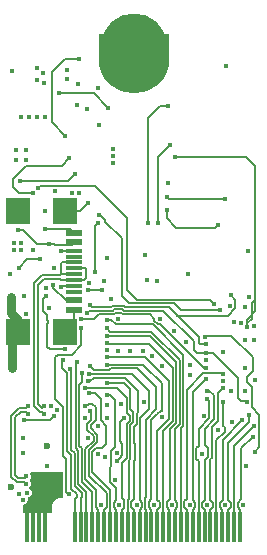
<source format=gbl>
G04 #@! TF.GenerationSoftware,KiCad,Pcbnew,9.0.0+1*
G04 #@! TF.CreationDate,2025-04-14T19:52:18+02:00*
G04 #@! TF.ProjectId,P4_M.2_B+M-key,50345f4d-2e32-45f4-922b-4d2d6b65792e,rev?*
G04 #@! TF.SameCoordinates,Original*
G04 #@! TF.FileFunction,Copper,L4,Bot*
G04 #@! TF.FilePolarity,Positive*
%FSLAX46Y46*%
G04 Gerber Fmt 4.6, Leading zero omitted, Abs format (unit mm)*
G04 Created by KiCad (PCBNEW 9.0.0+1) date 2025-04-14 19:52:18*
%MOMM*%
%LPD*%
G01*
G04 APERTURE LIST*
G04 #@! TA.AperFunction,ConnectorPad*
%ADD10R,0.350000X2.500000*%
G04 #@! TD*
G04 #@! TA.AperFunction,CastellatedPad*
%ADD11C,5.500000*%
G04 #@! TD*
G04 #@! TA.AperFunction,ConnectorPad*
%ADD12R,6.000000X2.000000*%
G04 #@! TD*
G04 #@! TA.AperFunction,ConnectorPad*
%ADD13C,6.000000*%
G04 #@! TD*
G04 #@! TA.AperFunction,SMDPad,CuDef*
%ADD14R,1.450000X0.600000*%
G04 #@! TD*
G04 #@! TA.AperFunction,SMDPad,CuDef*
%ADD15R,1.450000X0.300000*%
G04 #@! TD*
G04 #@! TA.AperFunction,HeatsinkPad*
%ADD16R,2.000000X2.180000*%
G04 #@! TD*
G04 #@! TA.AperFunction,ViaPad*
%ADD17C,0.450000*%
G04 #@! TD*
G04 #@! TA.AperFunction,ViaPad*
%ADD18C,0.600000*%
G04 #@! TD*
G04 #@! TA.AperFunction,Conductor*
%ADD19C,0.150000*%
G04 #@! TD*
G04 #@! TA.AperFunction,Conductor*
%ADD20C,0.200000*%
G04 #@! TD*
G04 #@! TA.AperFunction,Conductor*
%ADD21C,0.800000*%
G04 #@! TD*
G04 #@! TA.AperFunction,Conductor*
%ADD22C,0.179578*%
G04 #@! TD*
G04 APERTURE END LIST*
D10*
G04 #@! TO.P,U4,2*
G04 #@! TO.N,/I2S_DATA*
X157501100Y-124753600D03*
G04 #@! TO.P,U4,4*
G04 #@! TO.N,/I2S_LRCK*
X157001100Y-124753600D03*
G04 #@! TO.P,U4,6*
G04 #@! TO.N,/I2S_MCLK*
X156501100Y-124753600D03*
G04 #@! TO.P,U4,8*
G04 #@! TO.N,/I2S_SCLK*
X156001100Y-124753600D03*
G04 #@! TO.P,U4,10*
G04 #@! TO.N,/SD2_DATA0*
X155501100Y-124753600D03*
G04 #@! TO.P,U4,12*
G04 #@! TO.N,/SD2_DATA1*
X155001100Y-124753600D03*
G04 #@! TO.P,U4,14*
G04 #@! TO.N,/SD2_DATA2*
X154501100Y-124753600D03*
G04 #@! TO.P,U4,16*
G04 #@! TO.N,/SD2_DATA3*
X154001100Y-124753600D03*
G04 #@! TO.P,U4,18*
G04 #@! TO.N,/SD2_CLK*
X153501100Y-124753600D03*
G04 #@! TO.P,U4,20*
G04 #@! TO.N,/SD2_CMD*
X153001100Y-124753600D03*
G04 #@! TO.P,U4,22*
G04 #@! TO.N,/GPIO2*
X152501100Y-124753600D03*
G04 #@! TO.P,U4,24*
G04 #@! TO.N,/GPIO4*
X152001100Y-124753600D03*
G04 #@! TO.P,U4,26*
G04 #@! TO.N,/GPIO6*
X151501100Y-124753600D03*
G04 #@! TO.P,U4,28*
G04 #@! TO.N,/GPIO8*
X151001100Y-124753600D03*
G04 #@! TO.P,U4,30*
G04 #@! TO.N,/GPIO10*
X150501100Y-124753600D03*
G04 #@! TO.P,U4,32*
G04 #@! TO.N,/GPIO12*
X150001100Y-124753600D03*
G04 #@! TO.P,U4,34*
G04 #@! TO.N,/GPIO13*
X149501100Y-124753600D03*
G04 #@! TO.P,U4,36*
G04 #@! TO.N,/GPIO14*
X149001100Y-124753600D03*
G04 #@! TO.P,U4,38*
G04 #@! TO.N,/GPIO15*
X148501100Y-124753600D03*
G04 #@! TO.P,U4,40*
G04 #@! TO.N,/GPIO16*
X148001100Y-124753600D03*
G04 #@! TO.P,U4,42*
G04 #@! TO.N,/GPIO17*
X147501100Y-124753600D03*
G04 #@! TO.P,U4,44*
G04 #@! TO.N,/GPIO19*
X147001100Y-124753600D03*
G04 #@! TO.P,U4,46*
G04 #@! TO.N,/GPIO18*
X146501100Y-124753600D03*
G04 #@! TO.P,U4,48*
G04 #@! TO.N,/GPIO20*
X146001100Y-124753600D03*
G04 #@! TO.P,U4,50*
G04 #@! TO.N,/GPIO22*
X145501100Y-124753600D03*
G04 #@! TO.P,U4,52*
G04 #@! TO.N,/GPIO9*
X145001100Y-124753600D03*
G04 #@! TO.P,U4,54*
G04 #@! TO.N,/GPIO7*
X144501100Y-124753600D03*
G04 #@! TO.P,U4,56*
G04 #@! TO.N,/GPIO5*
X144001100Y-124753600D03*
G04 #@! TO.P,U4,58*
G04 #@! TO.N,/GPIO3*
X143501100Y-124753600D03*
G04 #@! TO.P,U4,68*
G04 #@! TO.N,/3.3V*
X141001100Y-124753600D03*
G04 #@! TO.P,U4,70*
X140501100Y-124753600D03*
G04 #@! TO.P,U4,72*
X140001100Y-124753600D03*
G04 #@! TO.P,U4,74*
X139501100Y-124753600D03*
D11*
G04 #@! TO.P,U4,MP,screw*
G04 #@! TO.N,GND*
X148501100Y-84003600D03*
D12*
X148501100Y-84003600D03*
D13*
X148501100Y-85003600D03*
G04 #@! TD*
D14*
G04 #@! TO.P,J2,A1,GND*
G04 #@! TO.N,GND*
X143450000Y-106350000D03*
G04 #@! TO.P,J2,A4,VBUS*
G04 #@! TO.N,Net-(D2-A)*
X143450000Y-105550000D03*
D15*
G04 #@! TO.P,J2,A5,CC1*
G04 #@! TO.N,Net-(J2-CC1)*
X143450000Y-104350000D03*
G04 #@! TO.P,J2,A6,D+*
G04 #@! TO.N,/USBJTAG_D+*
X143450000Y-103350000D03*
G04 #@! TO.P,J2,A7,D-*
G04 #@! TO.N,/USBJTAG_D-*
X143450000Y-102850000D03*
G04 #@! TO.P,J2,A8,SBU1*
G04 #@! TO.N,unconnected-(J2-SBU1-PadA8)*
X143450000Y-101850000D03*
D14*
G04 #@! TO.P,J2,A9,VBUS*
G04 #@! TO.N,Net-(D2-A)*
X143450000Y-100650000D03*
G04 #@! TO.P,J2,A12,GND*
G04 #@! TO.N,GND*
X143450000Y-99850000D03*
G04 #@! TO.P,J2,B1,GND*
X143450000Y-99850000D03*
G04 #@! TO.P,J2,B4,VBUS*
G04 #@! TO.N,Net-(D2-A)*
X143450000Y-100650000D03*
D15*
G04 #@! TO.P,J2,B5,CC2*
G04 #@! TO.N,Net-(J2-CC2)*
X143450000Y-101350000D03*
G04 #@! TO.P,J2,B6,D+*
G04 #@! TO.N,/USBJTAG_D+*
X143450000Y-102350000D03*
G04 #@! TO.P,J2,B7,D-*
G04 #@! TO.N,/USBJTAG_D-*
X143450000Y-103850000D03*
G04 #@! TO.P,J2,B8,SBU2*
G04 #@! TO.N,unconnected-(J2-SBU2-PadB8)*
X143450000Y-104850000D03*
D14*
G04 #@! TO.P,J2,B9,VBUS*
G04 #@! TO.N,Net-(D2-A)*
X143450000Y-105550000D03*
G04 #@! TO.P,J2,B12,GND*
G04 #@! TO.N,GND*
X143450000Y-106350000D03*
D16*
G04 #@! TO.P,J2,S1,SHIELD*
X138720000Y-108210000D03*
X142650000Y-108210000D03*
X138720000Y-97990000D03*
X142650000Y-97990000D03*
G04 #@! TD*
D17*
G04 #@! TO.N,/3.3V*
X156700000Y-113200000D03*
X146200000Y-114400000D03*
X154436801Y-115376801D03*
X147200000Y-107100000D03*
X155600000Y-116500000D03*
X154600000Y-110650003D03*
X142000000Y-121500000D03*
X156650000Y-106050000D03*
X140950000Y-90000000D03*
X156100000Y-112374997D03*
X146200000Y-109800000D03*
X144750000Y-104100000D03*
X143900000Y-85150000D03*
X139650000Y-90000000D03*
X141400000Y-121500000D03*
X140300000Y-90000000D03*
X156961297Y-107376000D03*
X140800000Y-122700000D03*
X158800000Y-112300000D03*
X142700000Y-91650000D03*
X141100000Y-122100000D03*
X140800000Y-121500000D03*
X139000000Y-90000000D03*
G04 #@! TO.N,/EN_ESP*
X145851693Y-104727563D03*
X144600000Y-104700000D03*
G04 #@! TO.N,/1.2V*
X142018378Y-114838366D03*
X146750000Y-93350000D03*
X146750000Y-92750000D03*
X140004896Y-96501548D03*
X143000000Y-93550000D03*
X146750000Y-93950000D03*
X158250000Y-105300000D03*
X150750000Y-107100000D03*
G04 #@! TO.N,/GPIO35*
X144025002Y-107150000D03*
X141100000Y-104500000D03*
X154600000Y-111299000D03*
G04 #@! TO.N,/VFLASH*
X156050000Y-109900000D03*
X145500000Y-118550000D03*
X144400000Y-115525000D03*
G04 #@! TO.N,/VMIPI*
X158750000Y-118400000D03*
X150900000Y-115450000D03*
X154525002Y-108700000D03*
G04 #@! TO.N,/V{slash}SDMMC*
X158100000Y-107800000D03*
X152000000Y-93400000D03*
G04 #@! TO.N,Net-(U2A-GPIO0)*
X145500000Y-99000000D03*
X145200000Y-103200000D03*
G04 #@! TO.N,/RTC*
X146600000Y-105450000D03*
X144025002Y-107900000D03*
X143000000Y-122000000D03*
G04 #@! TO.N,GND*
X143688100Y-88983600D03*
X141750000Y-102800000D03*
X138350000Y-110600000D03*
X158050000Y-119600000D03*
X150501000Y-103900000D03*
X158200000Y-101400000D03*
X144538100Y-89333600D03*
X148750000Y-122900000D03*
X138150000Y-105300000D03*
X151950000Y-108150000D03*
X151400000Y-95600000D03*
X156800000Y-115900000D03*
X146200000Y-102000000D03*
X139400000Y-92800000D03*
X157950000Y-113250000D03*
X149300000Y-109850000D03*
X144650000Y-117250000D03*
X153100000Y-103300000D03*
X145750000Y-122900000D03*
X149500000Y-101700000D03*
X138175000Y-86150000D03*
X154300000Y-118600000D03*
X138500000Y-93700000D03*
X157902898Y-106101999D03*
X158700000Y-108900000D03*
X141800000Y-96300000D03*
X142838100Y-86033600D03*
X147200000Y-109850000D03*
X146250000Y-84550000D03*
X157546009Y-107510590D03*
X144650000Y-97300000D03*
X153250000Y-111000000D03*
X157750000Y-122900000D03*
X138350000Y-109900000D03*
X152950000Y-109100000D03*
X143825000Y-87275000D03*
D18*
X141178750Y-117878750D03*
D17*
X141150000Y-119600000D03*
X150700000Y-84550000D03*
X153250000Y-111900000D03*
X149350000Y-114200000D03*
X149600000Y-103800000D03*
X141000000Y-99500000D03*
X147100000Y-118450000D03*
X145588100Y-90733600D03*
X157900000Y-108900000D03*
X150250000Y-122900000D03*
X150050000Y-110250000D03*
X141000000Y-98000000D03*
X142838100Y-86833600D03*
X154750000Y-122900000D03*
X147400000Y-114350000D03*
X139400000Y-93700000D03*
X138000000Y-97200000D03*
X138350000Y-111300000D03*
X138500000Y-92800000D03*
X145950000Y-103900000D03*
X156250000Y-122900000D03*
X146920000Y-120750000D03*
X143000000Y-108500000D03*
X148200000Y-109850000D03*
X156300000Y-85700000D03*
X148500000Y-86300000D03*
X147250000Y-122900000D03*
X150900000Y-111100000D03*
X153250000Y-122900000D03*
X158700000Y-107700000D03*
X143000000Y-107900000D03*
X151750000Y-122900000D03*
X157900000Y-111300000D03*
G04 #@! TO.N,Net-(IC2-SW)*
X143500000Y-94900000D03*
X138850000Y-95450000D03*
G04 #@! TO.N,/USB5V*
X140850000Y-86350000D03*
X143300000Y-96500000D03*
X139150000Y-122450000D03*
X138050000Y-103350000D03*
X140350000Y-85850000D03*
D18*
X138150000Y-121350000D03*
D17*
X139500000Y-121850000D03*
X140350000Y-86900000D03*
X138400000Y-100700000D03*
X145488100Y-87583600D03*
X143850000Y-96500000D03*
X141300000Y-106250000D03*
X138400000Y-101300000D03*
X140900000Y-87200000D03*
X139000000Y-101300000D03*
X139000000Y-100700000D03*
X138800000Y-121950000D03*
G04 #@! TO.N,Net-(IC4-SW)*
X142200000Y-88000000D03*
X146350000Y-89250000D03*
G04 #@! TO.N,/USBJTAG_D+*
X139425000Y-120473800D03*
X140900000Y-115151200D03*
X139525000Y-115151200D03*
G04 #@! TO.N,/USBJTAG_D-*
X139425000Y-121076200D03*
X140900000Y-114548800D03*
X139525000Y-114548800D03*
G04 #@! TO.N,/FLASH_CS*
X145500000Y-116200000D03*
X141750000Y-115375000D03*
X139177673Y-115676131D03*
G04 #@! TO.N,/FLASH_Q*
X139137498Y-117225000D03*
X146199140Y-115556944D03*
G04 #@! TO.N,/FLASH_HOLD*
X147050000Y-119150000D03*
X147647895Y-115541679D03*
G04 #@! TO.N,/FLASH_WP*
X139137498Y-118475000D03*
X146075000Y-118800000D03*
G04 #@! TO.N,/EN_DCDC*
X155300000Y-105850000D03*
X140425220Y-96073376D03*
G04 #@! TO.N,/DTR*
X140000000Y-101300000D03*
X141525000Y-114496928D03*
G04 #@! TO.N,/RTS*
X141100000Y-105200000D03*
X142700000Y-109675002D03*
X139200000Y-105200000D03*
G04 #@! TO.N,/GPIO37*
X144550002Y-106600000D03*
X158075000Y-114150000D03*
X139400000Y-106744998D03*
X154600000Y-110050000D03*
G04 #@! TO.N,/GPIO38*
X144800000Y-105950000D03*
X154600000Y-109300000D03*
X156700000Y-105100000D03*
G04 #@! TO.N,/SD_DATA0*
X156200000Y-97000000D03*
X151300000Y-96800000D03*
G04 #@! TO.N,/SD_DET*
X149700000Y-99000000D03*
X151400000Y-89100000D03*
G04 #@! TO.N,/SD_CMD*
X150600000Y-99000000D03*
X151600000Y-92400000D03*
G04 #@! TO.N,/GPIO22*
X144837724Y-114935367D03*
G04 #@! TO.N,/I2S_LRCK*
X158700000Y-116200000D03*
G04 #@! TO.N,/GPIO19*
X146274998Y-113600000D03*
G04 #@! TO.N,/GPIO20*
X144400000Y-114525000D03*
G04 #@! TO.N,/GPIO2*
X146200000Y-107200000D03*
G04 #@! TO.N,/GPIO12*
X146200000Y-111000003D03*
G04 #@! TO.N,/GPIO9*
X144100000Y-111700000D03*
G04 #@! TO.N,/GPIO4*
X146200000Y-107900000D03*
G04 #@! TO.N,/GPIO16*
X146200000Y-112550000D03*
G04 #@! TO.N,/GPIO8*
X146200000Y-109200003D03*
G04 #@! TO.N,/I2S_DATA*
X158600000Y-117100000D03*
G04 #@! TO.N,/GPIO3*
X142500000Y-110600000D03*
G04 #@! TO.N,/GPIO6*
X146200000Y-108600000D03*
G04 #@! TO.N,/GPIO7*
X143700000Y-110800000D03*
G04 #@! TO.N,/GPIO14*
X144700000Y-111800000D03*
G04 #@! TO.N,/GPIO13*
X144775397Y-111098866D03*
G04 #@! TO.N,/GPIO5*
X143150000Y-111400000D03*
G04 #@! TO.N,/GPIO15*
X144600000Y-112400000D03*
G04 #@! TO.N,/GPIO18*
X144757773Y-113420918D03*
G04 #@! TO.N,/I2S_MCLK*
X158250000Y-115300000D03*
G04 #@! TO.N,/GPIO17*
X144377165Y-112957088D03*
G04 #@! TO.N,/GPIO10*
X146200000Y-110400000D03*
G04 #@! TO.N,/I2S_SCLK*
X157700000Y-115700000D03*
G04 #@! TO.N,Net-(D2-A)*
X141700000Y-104300000D03*
X138700000Y-99600000D03*
X141300000Y-100800000D03*
G04 #@! TO.N,Net-(J2-CC1)*
X142375000Y-104400000D03*
G04 #@! TO.N,Net-(J2-CC2)*
X142350000Y-101350000D03*
G04 #@! TO.N,Net-(Q2A-B1)*
X140600000Y-102100000D03*
X138800000Y-102800000D03*
G04 #@! TO.N,/SD2_DATA1*
X156100000Y-112975000D03*
G04 #@! TO.N,/SD2_DATA2*
X154700000Y-113200000D03*
G04 #@! TO.N,/SD2_CLK*
X154650000Y-112200000D03*
G04 #@! TO.N,/SD2_CMD*
X156038382Y-111772027D03*
G04 #@! TO.N,/SD2_DATA0*
X156100000Y-114150000D03*
G04 #@! TO.N,/SD2_DATA3*
X154700000Y-113900000D03*
G04 #@! TO.N,Net-(U2A-FB_DCDC)*
X155850000Y-106400000D03*
X145550000Y-98350000D03*
G04 #@! TO.N,/SD_DATA1*
X151300000Y-97900000D03*
X155600000Y-99200000D03*
G04 #@! TD*
D19*
G04 #@! TO.N,/3.3V*
X142650000Y-85150000D02*
X143900000Y-85150000D01*
X142700000Y-91650000D02*
X141550000Y-90500000D01*
X141550000Y-90500000D02*
X141550000Y-86250000D01*
X141550000Y-86250000D02*
X142650000Y-85150000D01*
G04 #@! TO.N,/EN_ESP*
X145851693Y-104727563D02*
X145027563Y-104727563D01*
X144600000Y-104700000D02*
X145000000Y-104700000D01*
X145000000Y-104700000D02*
X145027563Y-104727563D01*
G04 #@! TO.N,/1.2V*
X138250000Y-95250000D02*
X139350000Y-94150000D01*
X139350000Y-94150000D02*
X142400000Y-94150000D01*
X140004896Y-96501548D02*
X138751548Y-96501548D01*
X138250000Y-96000000D02*
X138751548Y-96501548D01*
X138250000Y-96000000D02*
X138250000Y-95250000D01*
X142400000Y-94150000D02*
X143000000Y-93550000D01*
G04 #@! TO.N,/GPIO35*
X149901000Y-106751000D02*
X150250000Y-107100000D01*
X147407107Y-106600000D02*
X147558107Y-106751000D01*
X146992893Y-106600000D02*
X147407107Y-106600000D01*
X150250000Y-107100000D02*
X150250000Y-107307107D01*
X150542893Y-107600000D02*
X150750000Y-107600000D01*
X150750000Y-107600000D02*
X154449000Y-111299000D01*
X146843893Y-106749000D02*
X146992893Y-106600000D01*
X145150000Y-107150000D02*
X145551000Y-106749000D01*
X147558107Y-106751000D02*
X149901000Y-106751000D01*
X154449000Y-111299000D02*
X154600000Y-111299000D01*
X145150000Y-107150000D02*
X144025002Y-107150000D01*
X150250000Y-107307107D02*
X150542893Y-107600000D01*
X145551000Y-106749000D02*
X146843893Y-106749000D01*
G04 #@! TO.N,/VMIPI*
X156750000Y-108550000D02*
X154600000Y-108550000D01*
X158525000Y-112875000D02*
X158125000Y-112475000D01*
X158575000Y-110375000D02*
X156750000Y-108550000D01*
X159150000Y-115250000D02*
X158525000Y-114625000D01*
X158750000Y-118400000D02*
X159150000Y-118000000D01*
X158575000Y-111575000D02*
X158575000Y-110375000D01*
X158125000Y-112025000D02*
X158575000Y-111575000D01*
X158525000Y-114625000D02*
X158525000Y-112875000D01*
X154525002Y-108624998D02*
X154525002Y-108700000D01*
X154600000Y-108550000D02*
X154525002Y-108624998D01*
X158125000Y-112475000D02*
X158125000Y-112025000D01*
X159150000Y-118000000D02*
X159150000Y-115250000D01*
D20*
G04 #@! TO.N,/V{slash}SDMMC*
X158800000Y-106500000D02*
X158800000Y-104400000D01*
D19*
X158750000Y-105507107D02*
X158750000Y-104950000D01*
X158100000Y-107500000D02*
X158500000Y-107100000D01*
X158500000Y-105757107D02*
X158750000Y-105507107D01*
D20*
X158000000Y-93400000D02*
X152000000Y-93400000D01*
X158000000Y-93400000D02*
X158800000Y-94200000D01*
D19*
X158100000Y-107800000D02*
X158100000Y-107500000D01*
D20*
X158100000Y-107800000D02*
X158100000Y-107200000D01*
X158800000Y-104400000D02*
X158800000Y-94200000D01*
X158100000Y-107200000D02*
X158800000Y-106500000D01*
D19*
X158500000Y-107100000D02*
X158500000Y-105757107D01*
G04 #@! TO.N,Net-(U2A-GPIO0)*
X145200000Y-103200000D02*
X145200000Y-99800000D01*
X145200000Y-99300000D02*
X145500000Y-99000000D01*
X145200000Y-99800000D02*
X145200000Y-99300000D01*
G04 #@! TO.N,/RTC*
X142051000Y-110149000D02*
X141800000Y-110400000D01*
X143253000Y-110149000D02*
X142051000Y-110149000D01*
X142800000Y-119000000D02*
X142800000Y-121800000D01*
X144025002Y-107900000D02*
X144025002Y-109376998D01*
X144025002Y-109376998D02*
X143253000Y-110149000D01*
X142500000Y-114600000D02*
X142500000Y-118700000D01*
X142500000Y-118700000D02*
X142800000Y-119000000D01*
X141800000Y-110400000D02*
X141800000Y-113900000D01*
X141800000Y-113900000D02*
X142500000Y-114600000D01*
X142800000Y-121800000D02*
X143000000Y-122000000D01*
G04 #@! TO.N,GND*
X138720000Y-108210000D02*
X138720000Y-106980000D01*
D21*
X138150000Y-105300000D02*
X138150000Y-106661725D01*
X138200000Y-111300000D02*
X138200000Y-108730000D01*
X138200000Y-108730000D02*
X138720000Y-108210000D01*
X138720000Y-107231725D02*
X138720000Y-108210000D01*
D19*
X142650000Y-97990000D02*
X143960000Y-97990000D01*
D20*
X143450000Y-106350000D02*
X143450000Y-107410000D01*
X143100000Y-99500000D02*
X141000000Y-99500000D01*
X143450000Y-107410000D02*
X142650000Y-108210000D01*
D21*
X138150000Y-106661725D02*
X138720000Y-107231725D01*
D20*
X143450000Y-99850000D02*
X143100000Y-99500000D01*
D19*
X143960000Y-97990000D02*
X144650000Y-97300000D01*
G04 #@! TO.N,Net-(IC2-SW)*
X138850000Y-95450000D02*
X142950000Y-95450000D01*
X142950000Y-95450000D02*
X143500000Y-94900000D01*
G04 #@! TO.N,Net-(IC4-SW)*
X145100000Y-88000000D02*
X146350000Y-89250000D01*
X142200000Y-88000000D02*
X145100000Y-88000000D01*
D22*
G04 #@! TO.N,/USBJTAG_D+*
X138718755Y-120609011D02*
X139289789Y-120609011D01*
D19*
X142450000Y-102350000D02*
X142350000Y-102450000D01*
D22*
X138465989Y-115468755D02*
X138465989Y-120356245D01*
X143450000Y-103350000D02*
X142362499Y-103350000D01*
X140059011Y-104106245D02*
X140059011Y-114493755D01*
X140581245Y-115015989D02*
X140764789Y-115015989D01*
X140731245Y-103434011D02*
X140059011Y-104106245D01*
D19*
X142350000Y-102450000D02*
X142350000Y-103337501D01*
D22*
X139289789Y-120609011D02*
X139425000Y-120473800D01*
D19*
X143450000Y-102350000D02*
X142450000Y-102350000D01*
D22*
X140059011Y-114493755D02*
X140581245Y-115015989D01*
X139389789Y-115015989D02*
X138918755Y-115015989D01*
X140764789Y-115015989D02*
X140900000Y-115151200D01*
X138465989Y-120356245D02*
X138718755Y-120609011D01*
D19*
X142350000Y-103337501D02*
X142362499Y-103350000D01*
D22*
X139525000Y-115151200D02*
X139389789Y-115015989D01*
X142278488Y-103434011D02*
X140731245Y-103434011D01*
X138918755Y-115015989D02*
X138465989Y-115468755D01*
X142362499Y-103350000D02*
X142278488Y-103434011D01*
G04 #@! TO.N,/USBJTAG_D-*
X138581245Y-120940989D02*
X139289789Y-120940989D01*
X142278488Y-103765989D02*
X140868755Y-103765989D01*
X138134011Y-115331245D02*
X138134011Y-120493755D01*
D19*
X144300000Y-103850000D02*
X143450000Y-103850000D01*
D22*
X139389789Y-114684011D02*
X138781245Y-114684011D01*
D19*
X143450000Y-102850000D02*
X144350000Y-102850000D01*
X144450000Y-103700000D02*
X144300000Y-103850000D01*
D22*
X140718755Y-114684011D02*
X140764789Y-114684011D01*
X140390989Y-114356245D02*
X140718755Y-114684011D01*
X139289789Y-120940989D02*
X139425000Y-121076200D01*
D19*
X144350000Y-102850000D02*
X144450000Y-102950000D01*
X144450000Y-102950000D02*
X144450000Y-103700000D01*
D22*
X140764789Y-114684011D02*
X140900000Y-114548800D01*
X143450000Y-103850000D02*
X142362499Y-103850000D01*
X140868755Y-103765989D02*
X140390989Y-104243755D01*
X142362499Y-103850000D02*
X142278488Y-103765989D01*
X139525000Y-114548800D02*
X139389789Y-114684011D01*
X140390989Y-104243755D02*
X140390989Y-114356245D01*
X138781245Y-114684011D02*
X138134011Y-115331245D01*
X138134011Y-120493755D02*
X138581245Y-120940989D01*
D19*
G04 #@! TO.N,/FLASH_CS*
X141448869Y-115676131D02*
X141750000Y-115375000D01*
X139177673Y-115676131D02*
X141448869Y-115676131D01*
G04 #@! TO.N,/FLASH_HOLD*
X147318905Y-118868905D02*
X147050000Y-119137810D01*
X147318905Y-118868905D02*
X147223313Y-118964498D01*
X147338582Y-115850992D02*
X147647895Y-115541679D01*
X147338582Y-116250000D02*
X147338582Y-117511418D01*
X147551000Y-118636811D02*
X147318905Y-118868905D01*
X147551000Y-117723836D02*
X147551000Y-118636811D01*
X147050000Y-119137810D02*
X147050000Y-119150000D01*
X147338582Y-117511418D02*
X147551000Y-117723836D01*
X147338582Y-116250000D02*
X147338582Y-115850992D01*
G04 #@! TO.N,/EN_DCDC*
X145249000Y-95849000D02*
X140601000Y-95849000D01*
X155300000Y-105850000D02*
X154950000Y-105500000D01*
X148800000Y-105500000D02*
X147950000Y-104650000D01*
X140601000Y-95849000D02*
X140400000Y-96050000D01*
X154950000Y-105500000D02*
X148800000Y-105500000D01*
X147950000Y-98550000D02*
X145249000Y-95849000D01*
X147950000Y-104650000D02*
X147950000Y-98550000D01*
G04 #@! TO.N,/RTS*
X141207161Y-107463017D02*
X141207161Y-107202239D01*
X141200000Y-109500000D02*
X141200000Y-107470178D01*
X140850000Y-106437811D02*
X140850000Y-105450000D01*
X141200000Y-107195078D02*
X141200000Y-106787811D01*
X142700000Y-109675002D02*
X141375002Y-109675002D01*
X141200000Y-107470178D02*
X141207161Y-107463017D01*
X141375002Y-109675002D02*
X141200000Y-109500000D01*
X141200000Y-106787811D02*
X140850000Y-106437811D01*
X140850000Y-105450000D02*
X141100000Y-105200000D01*
X141207161Y-107202239D02*
X141200000Y-107195078D01*
G04 #@! TO.N,/GPIO37*
X144701002Y-106449000D02*
X144550002Y-106600000D01*
X154600000Y-110050000D02*
X153850000Y-110050000D01*
X157300000Y-113825000D02*
X157600000Y-114125000D01*
X147681371Y-106450000D02*
X147531371Y-106300000D01*
X147531371Y-106300000D02*
X146868629Y-106300000D01*
X157300000Y-112100000D02*
X157300000Y-113825000D01*
X158050000Y-114125000D02*
X158075000Y-114150000D01*
X153850000Y-110050000D02*
X153575000Y-109775000D01*
X153575000Y-109025000D02*
X151000000Y-106450000D01*
X155250000Y-110050000D02*
X157300000Y-112100000D01*
X144701002Y-106449000D02*
X146719629Y-106449000D01*
X146868629Y-106300000D02*
X146719629Y-106449000D01*
X157600000Y-114125000D02*
X158050000Y-114125000D01*
X151000000Y-106450000D02*
X147681371Y-106450000D01*
X154600000Y-110050000D02*
X155250000Y-110050000D01*
X153575000Y-109775000D02*
X153575000Y-109025000D01*
G04 #@! TO.N,/GPIO38*
X147805635Y-106150000D02*
X147655635Y-106000000D01*
X146744365Y-106000000D02*
X146595365Y-106149000D01*
X152151000Y-106851000D02*
X152050000Y-106750000D01*
X156486811Y-106851000D02*
X152151000Y-106851000D01*
X154000000Y-108700000D02*
X152050000Y-106750000D01*
X156700000Y-105100000D02*
X157101000Y-105501000D01*
X157101000Y-106236811D02*
X156486811Y-106851000D01*
X157101000Y-105501000D02*
X157101000Y-106236811D01*
X147655635Y-106000000D02*
X146744365Y-106000000D01*
X144999000Y-106149000D02*
X144800000Y-105950000D01*
X146595365Y-106149000D02*
X144999000Y-106149000D01*
X154000000Y-109150000D02*
X154000000Y-108700000D01*
X152050000Y-106750000D02*
X151450000Y-106150000D01*
X154150000Y-109300000D02*
X154000000Y-109150000D01*
X151450000Y-106150000D02*
X147805635Y-106150000D01*
X154600000Y-109300000D02*
X154150000Y-109300000D01*
G04 #@! TO.N,/SD_DATA0*
X156200000Y-97000000D02*
X151500000Y-97000000D01*
X151500000Y-97000000D02*
X151300000Y-96800000D01*
G04 #@! TO.N,/SD_DET*
X149700000Y-99000000D02*
X149700000Y-90100000D01*
X149700000Y-90100000D02*
X150700000Y-89100000D01*
X150700000Y-89100000D02*
X151400000Y-89100000D01*
G04 #@! TO.N,/SD_CMD*
X150600000Y-99000000D02*
X150600000Y-93400000D01*
X150600000Y-93400000D02*
X151600000Y-92400000D01*
G04 #@! TO.N,/GPIO22*
X144837724Y-114935367D02*
X144900000Y-114997643D01*
X145101000Y-117063189D02*
X145101000Y-117436811D01*
X144900000Y-114997643D02*
X144900000Y-115675000D01*
X145299000Y-123086811D02*
X145501100Y-123288911D01*
X144400000Y-118137811D02*
X145101000Y-117436811D01*
X145501100Y-123288911D02*
X145501100Y-124753600D01*
X145299000Y-121599000D02*
X145299000Y-123086811D01*
X144575000Y-116000000D02*
X144575000Y-116537190D01*
X144400000Y-120700000D02*
X145299000Y-121599000D01*
X144400000Y-118137811D02*
X144400000Y-120700000D01*
X144900000Y-115675000D02*
X144575000Y-116000000D01*
X144575000Y-116537190D02*
X145101000Y-117063189D01*
G04 #@! TO.N,/I2S_LRCK*
X157001100Y-123213175D02*
X157000000Y-123212075D01*
X157001100Y-124753600D02*
X157001100Y-123213175D01*
X157000000Y-122575736D02*
X157001100Y-122574636D01*
X157001100Y-122574636D02*
X157001100Y-117898900D01*
X157000000Y-123212075D02*
X157000000Y-122575736D01*
X157001100Y-117898900D02*
X158700000Y-116200000D01*
G04 #@! TO.N,/GPIO19*
X146599000Y-119599000D02*
X146600000Y-119600000D01*
X146500000Y-113600000D02*
X146900000Y-114000000D01*
X146274998Y-113600000D02*
X146500000Y-113600000D01*
X146469000Y-119731000D02*
X146469000Y-120936811D01*
X146900000Y-114000000D02*
X146900000Y-115200000D01*
X146887582Y-118012418D02*
X146599000Y-118301000D01*
X146599000Y-118301000D02*
X146599000Y-119599000D01*
X146900000Y-115200000D02*
X146887582Y-115212418D01*
X146887582Y-115212418D02*
X146887582Y-118012418D01*
X147001100Y-123301100D02*
X147001100Y-124753600D01*
X147000000Y-122500000D02*
X146800000Y-122700000D01*
X146800000Y-122700000D02*
X146800000Y-123100000D01*
X146600000Y-119600000D02*
X146469000Y-119731000D01*
X146469000Y-120936811D02*
X147000000Y-121467811D01*
X146800000Y-123100000D02*
X147001100Y-123301100D01*
X147000000Y-121467811D02*
X147000000Y-122500000D01*
G04 #@! TO.N,/GPIO20*
X144700000Y-120400000D02*
X146200000Y-121900000D01*
X145401000Y-117561075D02*
X144700000Y-118262075D01*
X145300000Y-114600000D02*
X145300000Y-115700678D01*
X144700000Y-118262075D02*
X144700000Y-120400000D01*
X145401000Y-116926000D02*
X145401000Y-117561075D01*
X144875000Y-116400000D02*
X145401000Y-116926000D01*
X144875000Y-116125678D02*
X144875000Y-116400000D01*
X145300000Y-115700678D02*
X144875000Y-116125678D01*
X144700000Y-114300000D02*
X145000000Y-114300000D01*
X144475000Y-114525000D02*
X144700000Y-114300000D01*
X145000000Y-114300000D02*
X145300000Y-114600000D01*
X146001100Y-123298900D02*
X146001100Y-124753600D01*
X146200000Y-123100000D02*
X146001100Y-123298900D01*
X146200000Y-121900000D02*
X146200000Y-123100000D01*
X144400000Y-114525000D02*
X144475000Y-114525000D01*
G04 #@! TO.N,/GPIO2*
X152700000Y-116172792D02*
X152700000Y-110200000D01*
X146592893Y-107200000D02*
X146200000Y-107200000D01*
X152501100Y-116371692D02*
X152700000Y-116172792D01*
X146992893Y-107600000D02*
X146592893Y-107200000D01*
X146992893Y-107600000D02*
X150100000Y-107600000D01*
X152500000Y-122425736D02*
X152501100Y-122424636D01*
X152501100Y-124753600D02*
X152501100Y-123213175D01*
X152501100Y-122424636D02*
X152501100Y-116371692D01*
X152500000Y-123212075D02*
X152500000Y-122425736D01*
X152501100Y-123213175D02*
X152500000Y-123212075D01*
X150100000Y-107600000D02*
X152700000Y-110200000D01*
G04 #@! TO.N,/GPIO12*
X150506095Y-115206095D02*
X150900000Y-114812190D01*
X146200000Y-111000003D02*
X149300003Y-111000003D01*
X149800000Y-123087811D02*
X149800000Y-122600000D01*
X150000000Y-122400000D02*
X150000000Y-115712189D01*
X149500000Y-111200000D02*
X149400000Y-111100000D01*
X150001100Y-123288911D02*
X149800000Y-123087811D01*
X150506095Y-115206095D02*
X150812189Y-114900000D01*
X150812189Y-114900000D02*
X150900000Y-114900000D01*
X149800000Y-122600000D02*
X150000000Y-122400000D01*
X150001100Y-124753600D02*
X150001100Y-123288911D01*
X149300003Y-111000003D02*
X149500000Y-111200000D01*
X150900000Y-112600000D02*
X149500000Y-111200000D01*
X150900000Y-114812190D02*
X150900000Y-112600000D01*
X150000000Y-115712189D02*
X150506095Y-115206095D01*
G04 #@! TO.N,/GPIO9*
X143900000Y-112700000D02*
X144100000Y-112500000D01*
X145001100Y-124753600D02*
X144997001Y-124749501D01*
X144100000Y-120900000D02*
X144100000Y-118100000D01*
X143900000Y-117900000D02*
X143900000Y-112700000D01*
X144100000Y-112500000D02*
X144100000Y-111700000D01*
X144100000Y-118100000D02*
X143900000Y-117900000D01*
X144997001Y-121797001D02*
X144100000Y-120900000D01*
X144997001Y-124749501D02*
X144997001Y-121797001D01*
G04 #@! TO.N,/GPIO4*
X152001100Y-123286711D02*
X152200000Y-123087811D01*
X150000000Y-108200000D02*
X146500000Y-108200000D01*
X152200000Y-122700000D02*
X152000000Y-122500000D01*
X152000000Y-122500000D02*
X152000000Y-116448528D01*
X152200000Y-123087811D02*
X152200000Y-122700000D01*
X152001100Y-124753600D02*
X152001100Y-123286711D01*
X152400000Y-116048528D02*
X152400000Y-110600000D01*
X152000000Y-116448528D02*
X152400000Y-116048528D01*
X146500000Y-108200000D02*
X146200000Y-107900000D01*
X152400000Y-110600000D02*
X150000000Y-108200000D01*
G04 #@! TO.N,/GPIO16*
X148200000Y-116120945D02*
X148200000Y-119024264D01*
X148447895Y-115047895D02*
X148447895Y-115873050D01*
X148200000Y-114800000D02*
X148447895Y-115047895D01*
X146200000Y-112550000D02*
X146250000Y-112600000D01*
X148001100Y-123125364D02*
X148001100Y-124753600D01*
X148100000Y-119124264D02*
X148100000Y-122375736D01*
X146250000Y-112600000D02*
X147700000Y-112600000D01*
X148200000Y-119024264D02*
X148100000Y-119124264D01*
X148100000Y-122375736D02*
X148000000Y-122475736D01*
X148000000Y-122475736D02*
X148000000Y-123124264D01*
X148200000Y-113100000D02*
X148200000Y-114800000D01*
X148447895Y-115873050D02*
X148200000Y-116120945D01*
X148000000Y-123124264D02*
X148001100Y-123125364D01*
X147700000Y-112600000D02*
X148200000Y-113100000D01*
G04 #@! TO.N,/GPIO8*
X151800000Y-111300000D02*
X151800000Y-115800000D01*
X151001100Y-116598900D02*
X151001100Y-122124636D01*
X151001100Y-122124636D02*
X150999000Y-122126736D01*
X149800000Y-109300000D02*
X151800000Y-111300000D01*
X151800000Y-115800000D02*
X151001100Y-116598900D01*
X151000000Y-122525736D02*
X151000000Y-123212075D01*
X150999000Y-122126736D02*
X150999000Y-122524736D01*
X151001100Y-123213175D02*
X151001100Y-124753600D01*
X151000000Y-123212075D02*
X151001100Y-123213175D01*
X146200000Y-109300000D02*
X149800000Y-109300000D01*
X150999000Y-122524736D02*
X151000000Y-122525736D01*
G04 #@! TO.N,/I2S_DATA*
X157300000Y-122700000D02*
X157600000Y-122400000D01*
X157300000Y-123087811D02*
X157300000Y-122700000D01*
X157501100Y-123288911D02*
X157300000Y-123087811D01*
X157600000Y-122400000D02*
X157600000Y-118100000D01*
X157600000Y-118100000D02*
X158600000Y-117100000D01*
X157501100Y-124753600D02*
X157501100Y-123288911D01*
G04 #@! TO.N,/GPIO3*
X142425000Y-110675000D02*
X142500000Y-110600000D01*
X143501100Y-124753600D02*
X143501100Y-122398900D01*
X142849000Y-111736811D02*
X142425000Y-111312811D01*
X143200000Y-121500000D02*
X143200000Y-118651000D01*
X143700000Y-122000000D02*
X143200000Y-121500000D01*
X142849000Y-118300000D02*
X142849000Y-111736811D01*
X143700000Y-122200000D02*
X143700000Y-122000000D01*
X142425000Y-111312811D02*
X142425000Y-110675000D01*
X143200000Y-118651000D02*
X142849000Y-118300000D01*
X143501100Y-122398900D02*
X143700000Y-122200000D01*
G04 #@! TO.N,/GPIO6*
X152100000Y-115924264D02*
X151550000Y-116474264D01*
X151300000Y-122600000D02*
X151300000Y-123087811D01*
X151501100Y-123288911D02*
X151501100Y-124753600D01*
X151550000Y-116474264D02*
X151550000Y-122350000D01*
X151300000Y-123087811D02*
X151501100Y-123288911D01*
X151550000Y-122350000D02*
X151300000Y-122600000D01*
X152100000Y-110800000D02*
X152100000Y-115924264D01*
X146200000Y-108600000D02*
X149900000Y-108600000D01*
X149900000Y-108600000D02*
X152100000Y-110800000D01*
G04 #@! TO.N,/GPIO7*
X143800000Y-121100000D02*
X143800000Y-118300000D01*
X143800000Y-118300000D02*
X143600000Y-118100000D01*
X143700000Y-110900000D02*
X143700000Y-110800000D01*
X144501100Y-121801100D02*
X143800000Y-121100000D01*
X143600000Y-118100000D02*
X143600000Y-111000000D01*
X143600000Y-111000000D02*
X143700000Y-110900000D01*
X144501100Y-124753600D02*
X144501100Y-121801100D01*
G04 #@! TO.N,/GPIO14*
X149001100Y-124753600D02*
X149001100Y-123286711D01*
X149200000Y-122700000D02*
X149000000Y-122500000D01*
X149800000Y-113200000D02*
X148400000Y-111800000D01*
X149800000Y-114800000D02*
X149800000Y-113200000D01*
X149200000Y-123087811D02*
X149200000Y-122700000D01*
X149047895Y-116121578D02*
X149047895Y-115552105D01*
X149000000Y-116169473D02*
X149047895Y-116121578D01*
X148400000Y-111800000D02*
X144700000Y-111800000D01*
X149001100Y-123286711D02*
X149200000Y-123087811D01*
X149047895Y-115552105D02*
X149800000Y-114800000D01*
X149000000Y-122500000D02*
X149000000Y-116169473D01*
G04 #@! TO.N,/GPIO13*
X144775397Y-111098866D02*
X145127534Y-111451003D01*
X146386811Y-111451003D02*
X146537814Y-111300000D01*
X149499000Y-122574736D02*
X149500000Y-122575736D01*
X146537814Y-111300000D02*
X148800000Y-111300000D01*
X149500000Y-122575736D02*
X149500000Y-123212075D01*
X150400000Y-114800000D02*
X149501100Y-115698900D01*
X150400000Y-112900000D02*
X150400000Y-114800000D01*
X149501100Y-122224636D02*
X149499000Y-122226736D01*
X149501100Y-123213175D02*
X149501100Y-124753600D01*
X149501100Y-115698900D02*
X149501100Y-122224636D01*
X149500000Y-123212075D02*
X149501100Y-123213175D01*
X149499000Y-122226736D02*
X149499000Y-122574736D01*
X148800000Y-111300000D02*
X150400000Y-112900000D01*
X145127534Y-111451003D02*
X146386811Y-111451003D01*
G04 #@! TO.N,/GPIO5*
X143500000Y-118500000D02*
X143200000Y-118200000D01*
X143200000Y-118200000D02*
X143200000Y-111450000D01*
X143200000Y-111500000D02*
X143200000Y-111450000D01*
X143200000Y-111450000D02*
X143150000Y-111400000D01*
X143500000Y-121300000D02*
X143500000Y-118500000D01*
X144001100Y-124753600D02*
X144001100Y-122298900D01*
X143200000Y-111400000D02*
X143200000Y-111500000D01*
X144001100Y-122298900D02*
X144100000Y-122200000D01*
X144100000Y-121900000D02*
X143500000Y-121300000D01*
X144100000Y-122200000D02*
X144100000Y-121900000D01*
G04 #@! TO.N,/GPIO15*
X148500000Y-119148528D02*
X148600000Y-119048528D01*
X147800000Y-112100000D02*
X145100000Y-112100000D01*
X148900000Y-113200000D02*
X147800000Y-112100000D01*
X148300000Y-123000000D02*
X148300000Y-122600000D01*
X148600000Y-117751472D02*
X148500000Y-117651472D01*
X148500000Y-122400000D02*
X148500000Y-119148528D01*
X148900000Y-115000000D02*
X148900000Y-113200000D01*
X148500000Y-116245209D02*
X148747895Y-115997314D01*
X148300000Y-122600000D02*
X148500000Y-122400000D01*
X148501100Y-123288911D02*
X148301100Y-123088911D01*
X148747895Y-115152105D02*
X148900000Y-115000000D01*
X148747895Y-115997314D02*
X148747895Y-115152105D01*
X148301100Y-123001100D02*
X148300000Y-123000000D01*
X148301100Y-123088911D02*
X148301100Y-123001100D01*
X148501100Y-124753600D02*
X148501100Y-123288911D01*
X145100000Y-112100000D02*
X144800000Y-112400000D01*
X148500000Y-117651472D02*
X148500000Y-116245209D01*
X148600000Y-119048528D02*
X148600000Y-117751472D01*
X144800000Y-112400000D02*
X144600000Y-112400000D01*
G04 #@! TO.N,/GPIO18*
X145336339Y-118050000D02*
X145000000Y-118386339D01*
X145700000Y-113900000D02*
X145700000Y-115700000D01*
X146175000Y-117700000D02*
X145825000Y-118050000D01*
X145825000Y-118050000D02*
X145336339Y-118050000D01*
X145220918Y-113420918D02*
X145700000Y-113900000D01*
X145700000Y-115700000D02*
X146175000Y-116175000D01*
X146500000Y-122575736D02*
X146500000Y-123224264D01*
X146501100Y-121601100D02*
X146501100Y-122574636D01*
X146501100Y-122574636D02*
X146500000Y-122575736D01*
X146501100Y-123225364D02*
X146501100Y-124753600D01*
X146500000Y-123224264D02*
X146501100Y-123225364D01*
X146175000Y-116175000D02*
X146175000Y-117700000D01*
X145000000Y-120100000D02*
X146501100Y-121601100D01*
X144757773Y-113420918D02*
X145220918Y-113420918D01*
X145000000Y-118386339D02*
X145000000Y-120100000D01*
G04 #@! TO.N,/I2S_MCLK*
X156700000Y-123087811D02*
X156501100Y-123286711D01*
X156700000Y-122697800D02*
X156700000Y-123087811D01*
X158250000Y-115300000D02*
X158250000Y-115900000D01*
X156501100Y-123286711D02*
X156501100Y-124753600D01*
X156501100Y-122498900D02*
X156700000Y-122697800D01*
X158250000Y-115900000D02*
X156501100Y-117648900D01*
X156501100Y-122498900D02*
X156501100Y-117648900D01*
G04 #@! TO.N,/GPIO17*
X147100000Y-113000000D02*
X147900000Y-113800000D01*
X145957088Y-112957088D02*
X146001000Y-113001000D01*
X146001000Y-113001000D02*
X147099000Y-113001000D01*
X147500000Y-119300000D02*
X147500000Y-122300000D01*
X148147895Y-115748786D02*
X147900000Y-115996681D01*
X147900000Y-115086677D02*
X148147895Y-115334572D01*
X147700000Y-122500000D02*
X147500000Y-122300000D01*
X148147895Y-115334572D02*
X148147895Y-115748786D01*
X147900000Y-113800000D02*
X147900000Y-115086677D01*
X147696999Y-123103004D02*
X147696999Y-123003001D01*
X147900000Y-118900000D02*
X147500000Y-119300000D01*
X147696999Y-123003001D02*
X147700000Y-123000000D01*
X147700000Y-123000000D02*
X147700000Y-122500000D01*
X147900000Y-115996681D02*
X147900000Y-118900000D01*
X147099000Y-113001000D02*
X147100000Y-113000000D01*
X144377165Y-112957088D02*
X145957088Y-112957088D01*
X147501100Y-124753600D02*
X147501100Y-123298900D01*
X147501100Y-123298900D02*
X147696999Y-123103004D01*
G04 #@! TO.N,/GPIO10*
X151500000Y-112400000D02*
X151500000Y-115600000D01*
X146200000Y-110400000D02*
X149500000Y-110400000D01*
X150501100Y-123286711D02*
X150501100Y-124753600D01*
X150700000Y-123087811D02*
X150501100Y-123286711D01*
X150700000Y-122650000D02*
X150700000Y-123087811D01*
X149500000Y-110400000D02*
X151500000Y-112400000D01*
X150500000Y-116600000D02*
X150500000Y-122450000D01*
X151500000Y-115600000D02*
X150500000Y-116600000D01*
X150500000Y-122450000D02*
X150700000Y-122650000D01*
G04 #@! TO.N,/I2S_SCLK*
X156050000Y-117350000D02*
X157700000Y-115700000D01*
X156050000Y-122450000D02*
X156050000Y-117350000D01*
X156001100Y-124753600D02*
X156001100Y-123288911D01*
X156001100Y-123288911D02*
X155800000Y-123087811D01*
X155800000Y-123087811D02*
X155800000Y-122700000D01*
X155800000Y-122700000D02*
X156050000Y-122450000D01*
D20*
G04 #@! TO.N,Net-(D2-A)*
X141836000Y-100836000D02*
X141800000Y-100800000D01*
X143450000Y-100650000D02*
X143264000Y-100836000D01*
X142773000Y-105550000D02*
X141700000Y-104477000D01*
X141800000Y-100800000D02*
X140300000Y-100800000D01*
X141700000Y-104477000D02*
X141700000Y-104300000D01*
X143264000Y-100836000D02*
X141836000Y-100836000D01*
X143450000Y-105550000D02*
X142773000Y-105550000D01*
X139100000Y-99600000D02*
X138700000Y-99600000D01*
X139100000Y-99600000D02*
X140300000Y-100800000D01*
D19*
G04 #@! TO.N,Net-(J2-CC1)*
X143450000Y-104350000D02*
X142425000Y-104350000D01*
X142425000Y-104350000D02*
X142375000Y-104400000D01*
G04 #@! TO.N,Net-(J2-CC2)*
X143450000Y-101350000D02*
X142350000Y-101350000D01*
G04 #@! TO.N,Net-(Q2A-B1)*
X138800000Y-102800000D02*
X139500000Y-102100000D01*
X139500000Y-102100000D02*
X140600000Y-102100000D01*
G04 #@! TO.N,/SD2_DATA1*
X155650000Y-115742893D02*
X155650000Y-114850000D01*
X155001100Y-119030271D02*
X155100000Y-118931371D01*
X155649000Y-114849000D02*
X155649000Y-113426000D01*
X155650000Y-114850000D02*
X155649000Y-114849000D01*
X155001100Y-124753600D02*
X155001100Y-123286711D01*
X155001100Y-122501100D02*
X155001100Y-119030271D01*
X155001100Y-123286711D02*
X155200000Y-123087811D01*
X155649000Y-113426000D02*
X156100000Y-112975000D01*
X155200000Y-123087811D02*
X155200000Y-122700000D01*
X155100000Y-116292893D02*
X155650000Y-115742893D01*
X155100000Y-118931371D02*
X155100000Y-116292893D01*
X155200000Y-122700000D02*
X155001100Y-122501100D01*
G04 #@! TO.N,/SD2_DATA2*
X154800000Y-118807107D02*
X154800000Y-118100000D01*
X154500000Y-119107107D02*
X154800000Y-118807107D01*
X154500000Y-117800000D02*
X154500000Y-116450000D01*
X154900000Y-113200000D02*
X154700000Y-113200000D01*
X154300000Y-122700000D02*
X154500000Y-122500000D01*
X154501100Y-123288911D02*
X154300000Y-123087811D01*
X155300000Y-115650000D02*
X155300000Y-113600000D01*
X154501100Y-124753600D02*
X154501100Y-123288911D01*
X154300000Y-123087811D02*
X154300000Y-122700000D01*
X154500000Y-116450000D02*
X155300000Y-115650000D01*
X155300000Y-113600000D02*
X154900000Y-113200000D01*
X154800000Y-118100000D02*
X154500000Y-117800000D01*
X154500000Y-122500000D02*
X154500000Y-119107107D01*
G04 #@! TO.N,/SD2_CLK*
X153700000Y-122700000D02*
X153501100Y-122501100D01*
X153501100Y-122501100D02*
X153501100Y-113348900D01*
X153501100Y-123286711D02*
X153700000Y-123087811D01*
X153501100Y-124753600D02*
X153501100Y-123286711D01*
X153700000Y-123087811D02*
X153700000Y-122700000D01*
X153501100Y-113348900D02*
X154650000Y-112200000D01*
G04 #@! TO.N,/SD2_CMD*
X154401000Y-111749000D02*
X156015355Y-111749000D01*
X156015355Y-111749000D02*
X156038382Y-111772027D01*
X153001100Y-123288911D02*
X152800000Y-123087811D01*
X153001100Y-122348900D02*
X153001100Y-113148900D01*
X152800000Y-123087811D02*
X152800000Y-122550000D01*
X153001100Y-113148900D02*
X154401000Y-111749000D01*
X153001100Y-124753600D02*
X153001100Y-123288911D01*
X152800000Y-122550000D02*
X153001100Y-122348900D01*
G04 #@! TO.N,/SD2_DATA0*
X155501100Y-122574636D02*
X155501100Y-117406007D01*
X155501100Y-124753600D02*
X155501100Y-123213175D01*
X155501100Y-123213175D02*
X155500000Y-123212075D01*
X156200000Y-116292893D02*
X156100000Y-116192893D01*
X155500000Y-123212075D02*
X155500000Y-122575736D01*
X156100000Y-116192893D02*
X156100000Y-114150000D01*
X155501100Y-117406007D02*
X156200000Y-116707107D01*
X155500000Y-122575736D02*
X155501100Y-122574636D01*
X156200000Y-116707107D02*
X156200000Y-116292893D01*
G04 #@! TO.N,/SD2_DATA3*
X154001100Y-123213175D02*
X154001100Y-124753600D01*
X153802100Y-118097900D02*
X153802100Y-119001000D01*
X154001100Y-117900000D02*
X154000000Y-117900000D01*
X154700000Y-113900000D02*
X154900000Y-114100000D01*
X154001100Y-122474636D02*
X154000000Y-122475736D01*
X153802100Y-119001000D02*
X154001100Y-119200000D01*
X154000000Y-117900000D02*
X153802100Y-118097900D01*
X154900000Y-115550000D02*
X154001100Y-116448900D01*
X154000000Y-122475736D02*
X154000000Y-123212075D01*
X154000000Y-123212075D02*
X154001100Y-123213175D01*
X154900000Y-114100000D02*
X154900000Y-115550000D01*
X154001100Y-119200000D02*
X154001100Y-122474636D01*
X154001100Y-116448900D02*
X154001100Y-117900000D01*
G04 #@! TO.N,Net-(U2A-FB_DCDC)*
X148100000Y-105800000D02*
X147500000Y-105200000D01*
X151900000Y-105800000D02*
X148100000Y-105800000D01*
X147500000Y-100300000D02*
X146100000Y-98900000D01*
X146100000Y-98792893D02*
X145657107Y-98350000D01*
X152500000Y-106400000D02*
X151900000Y-105800000D01*
X146100000Y-98900000D02*
X146100000Y-98792893D01*
X155850000Y-106400000D02*
X152500000Y-106400000D01*
X147500000Y-105200000D02*
X147500000Y-100300000D01*
X145657107Y-98350000D02*
X145550000Y-98350000D01*
G04 #@! TO.N,/SD_DATA1*
X151300000Y-98600000D02*
X152100000Y-99400000D01*
X152100000Y-99400000D02*
X155400000Y-99400000D01*
X151300000Y-98600000D02*
X151300000Y-97900000D01*
X155600000Y-99200000D02*
X155400000Y-99400000D01*
G04 #@! TD*
G04 #@! TA.AperFunction,Conductor*
G04 #@! TO.N,/3.3V*
G36*
X142493039Y-120119685D02*
G01*
X142538794Y-120172489D01*
X142550000Y-120224000D01*
X142550000Y-122179100D01*
X142530315Y-122246139D01*
X142477511Y-122291894D01*
X142426000Y-122303100D01*
X142297255Y-122303100D01*
X142142610Y-122333861D01*
X142142598Y-122333864D01*
X141996927Y-122394202D01*
X141996914Y-122394209D01*
X141865811Y-122481810D01*
X141865807Y-122481813D01*
X141754313Y-122593307D01*
X141754310Y-122593311D01*
X141666709Y-122724414D01*
X141666702Y-122724427D01*
X141606364Y-122870098D01*
X141606361Y-122870110D01*
X141575600Y-123024753D01*
X141575600Y-123426000D01*
X141555915Y-123493039D01*
X141503111Y-123538794D01*
X141451600Y-123550000D01*
X139274000Y-123550000D01*
X139206961Y-123530315D01*
X139161206Y-123477511D01*
X139150000Y-123426000D01*
X139150000Y-122933894D01*
X139169685Y-122866855D01*
X139222489Y-122821100D01*
X139241900Y-122814121D01*
X139294938Y-122799910D01*
X139380562Y-122750475D01*
X139450475Y-122680562D01*
X139499910Y-122594938D01*
X139525500Y-122499435D01*
X139525500Y-122400565D01*
X139515430Y-122362983D01*
X139517093Y-122293134D01*
X139556256Y-122235272D01*
X139603108Y-122211118D01*
X139644938Y-122199910D01*
X139730562Y-122150475D01*
X139800475Y-122080562D01*
X139849910Y-121994938D01*
X139875500Y-121899435D01*
X139875500Y-121800565D01*
X139849910Y-121705062D01*
X139800475Y-121619438D01*
X139730562Y-121549525D01*
X139713377Y-121539603D01*
X139665163Y-121489036D01*
X139651942Y-121420429D01*
X139677911Y-121355565D01*
X139687692Y-121344544D01*
X139725475Y-121306762D01*
X139774910Y-121221138D01*
X139800500Y-121125635D01*
X139800500Y-121026765D01*
X139774910Y-120931262D01*
X139725475Y-120845638D01*
X139725473Y-120845636D01*
X139721411Y-120838600D01*
X139724018Y-120837094D01*
X139704001Y-120785331D01*
X139718032Y-120716884D01*
X139721516Y-120711461D01*
X139721411Y-120711400D01*
X139725473Y-120704363D01*
X139725475Y-120704362D01*
X139774910Y-120618738D01*
X139800500Y-120523235D01*
X139800500Y-120424365D01*
X139774910Y-120328862D01*
X139750162Y-120285997D01*
X139733690Y-120218101D01*
X139756542Y-120152074D01*
X139811463Y-120108883D01*
X139857550Y-120100000D01*
X142426000Y-120100000D01*
X142493039Y-120119685D01*
G37*
G04 #@! TD.AperFunction*
G04 #@! TD*
M02*

</source>
